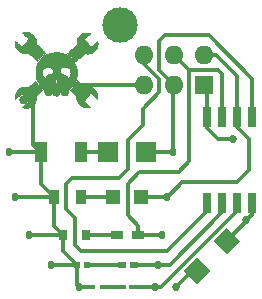
<source format=gtl>
G04 #@! TF.FileFunction,Copper,L1,Top,Signal*
%FSLAX46Y46*%
G04 Gerber Fmt 4.6, Leading zero omitted, Abs format (unit mm)*
G04 Created by KiCad (PCBNEW 4.0.7) date 06/28/18 12:26:10*
%MOMM*%
%LPD*%
G01*
G04 APERTURE LIST*
%ADD10C,0.100000*%
%ADD11C,0.010000*%
%ADD12R,0.400000X0.400000*%
%ADD13R,0.700000X0.600000*%
%ADD14O,1.600000X1.600000*%
%ADD15R,1.600000X1.600000*%
%ADD16R,1.700000X1.800860*%
%ADD17R,1.300000X1.198880*%
%ADD18R,1.000000X0.797560*%
%ADD19R,0.650000X1.700000*%
%ADD20O,0.508000X0.762000*%
%ADD21R,1.100000X1.700000*%
%ADD22R,0.900000X1.300000*%
%ADD23R,0.700000X0.900000*%
%ADD24R,0.600000X0.600000*%
%ADD25R,0.450000X0.430000*%
%ADD26C,3.000000*%
%ADD27C,0.685800*%
%ADD28C,0.304800*%
G04 APERTURE END LIST*
D10*
D11*
G36*
X200497655Y-86123476D02*
X200575561Y-86284392D01*
X200683576Y-86447720D01*
X200816792Y-86606353D01*
X200865784Y-86656793D01*
X201009365Y-86799371D01*
X200514857Y-87294827D01*
X200514857Y-87396012D01*
X200500228Y-87547796D01*
X200459271Y-87705553D01*
X200396376Y-87856980D01*
X200315936Y-87989777D01*
X200291753Y-88020875D01*
X200223959Y-88087151D01*
X200134276Y-88153170D01*
X200036125Y-88210334D01*
X199942932Y-88250042D01*
X199926063Y-88255134D01*
X199786364Y-88281732D01*
X199633447Y-88290808D01*
X199486442Y-88281273D01*
X199480714Y-88280454D01*
X199418478Y-88269779D01*
X199371356Y-88258819D01*
X199350474Y-88250476D01*
X199359953Y-88235576D01*
X199393545Y-88201360D01*
X199447278Y-88151489D01*
X199517183Y-88089626D01*
X199599291Y-88019432D01*
X199617548Y-88004113D01*
X199896933Y-87770439D01*
X199859637Y-87722898D01*
X199797385Y-87644371D01*
X199727246Y-87557257D01*
X199652827Y-87465890D01*
X199577736Y-87374602D01*
X199505581Y-87287726D01*
X199439971Y-87209596D01*
X199384513Y-87144545D01*
X199342815Y-87096906D01*
X199318485Y-87071011D01*
X199313962Y-87067572D01*
X199296845Y-87079189D01*
X199257192Y-87111599D01*
X199199274Y-87161140D01*
X199127359Y-87224147D01*
X199045719Y-87296959D01*
X199029202Y-87311833D01*
X198931259Y-87399145D01*
X198856879Y-87462949D01*
X198803665Y-87505085D01*
X198769217Y-87527395D01*
X198751139Y-87531721D01*
X198747613Y-87528063D01*
X198740340Y-87487268D01*
X198737257Y-87421392D01*
X198738141Y-87341373D01*
X198742766Y-87258144D01*
X198750907Y-87182644D01*
X198755254Y-87156227D01*
X198798405Y-87012750D01*
X198873027Y-86879089D01*
X198981446Y-86751140D01*
X198989037Y-86743594D01*
X199116257Y-86637897D01*
X199251731Y-86565126D01*
X199399379Y-86524035D01*
X199563117Y-86513380D01*
X199684271Y-86522711D01*
X199761930Y-86531115D01*
X199812193Y-86532517D01*
X199843325Y-86526603D01*
X199860402Y-86516056D01*
X199882321Y-86496794D01*
X199926932Y-86457646D01*
X199989639Y-86402642D01*
X200065847Y-86335814D01*
X200150960Y-86261192D01*
X200169182Y-86245218D01*
X200449436Y-85999543D01*
X200497655Y-86123476D01*
X200497655Y-86123476D01*
G37*
X200497655Y-86123476D02*
X200575561Y-86284392D01*
X200683576Y-86447720D01*
X200816792Y-86606353D01*
X200865784Y-86656793D01*
X201009365Y-86799371D01*
X200514857Y-87294827D01*
X200514857Y-87396012D01*
X200500228Y-87547796D01*
X200459271Y-87705553D01*
X200396376Y-87856980D01*
X200315936Y-87989777D01*
X200291753Y-88020875D01*
X200223959Y-88087151D01*
X200134276Y-88153170D01*
X200036125Y-88210334D01*
X199942932Y-88250042D01*
X199926063Y-88255134D01*
X199786364Y-88281732D01*
X199633447Y-88290808D01*
X199486442Y-88281273D01*
X199480714Y-88280454D01*
X199418478Y-88269779D01*
X199371356Y-88258819D01*
X199350474Y-88250476D01*
X199359953Y-88235576D01*
X199393545Y-88201360D01*
X199447278Y-88151489D01*
X199517183Y-88089626D01*
X199599291Y-88019432D01*
X199617548Y-88004113D01*
X199896933Y-87770439D01*
X199859637Y-87722898D01*
X199797385Y-87644371D01*
X199727246Y-87557257D01*
X199652827Y-87465890D01*
X199577736Y-87374602D01*
X199505581Y-87287726D01*
X199439971Y-87209596D01*
X199384513Y-87144545D01*
X199342815Y-87096906D01*
X199318485Y-87071011D01*
X199313962Y-87067572D01*
X199296845Y-87079189D01*
X199257192Y-87111599D01*
X199199274Y-87161140D01*
X199127359Y-87224147D01*
X199045719Y-87296959D01*
X199029202Y-87311833D01*
X198931259Y-87399145D01*
X198856879Y-87462949D01*
X198803665Y-87505085D01*
X198769217Y-87527395D01*
X198751139Y-87531721D01*
X198747613Y-87528063D01*
X198740340Y-87487268D01*
X198737257Y-87421392D01*
X198738141Y-87341373D01*
X198742766Y-87258144D01*
X198750907Y-87182644D01*
X198755254Y-87156227D01*
X198798405Y-87012750D01*
X198873027Y-86879089D01*
X198981446Y-86751140D01*
X198989037Y-86743594D01*
X199116257Y-86637897D01*
X199251731Y-86565126D01*
X199399379Y-86524035D01*
X199563117Y-86513380D01*
X199684271Y-86522711D01*
X199761930Y-86531115D01*
X199812193Y-86532517D01*
X199843325Y-86526603D01*
X199860402Y-86516056D01*
X199882321Y-86496794D01*
X199926932Y-86457646D01*
X199989639Y-86402642D01*
X200065847Y-86335814D01*
X200150960Y-86261192D01*
X200169182Y-86245218D01*
X200449436Y-85999543D01*
X200497655Y-86123476D01*
G36*
X203997975Y-85990448D02*
X204037570Y-86022472D01*
X204096091Y-86071598D01*
X204169414Y-86134351D01*
X204253418Y-86207254D01*
X204287529Y-86237111D01*
X204581720Y-86495223D01*
X204847896Y-86495647D01*
X204953430Y-86496230D01*
X205030466Y-86498266D01*
X205086786Y-86502772D01*
X205130174Y-86510763D01*
X205168415Y-86523256D01*
X205209292Y-86541267D01*
X205213857Y-86543426D01*
X205340015Y-86619867D01*
X205455577Y-86721305D01*
X205553299Y-86839622D01*
X205625937Y-86966701D01*
X205651451Y-87033747D01*
X205671996Y-87121550D01*
X205682943Y-87226377D01*
X205685571Y-87332260D01*
X205684627Y-87410102D01*
X205682076Y-87472355D01*
X205678337Y-87511490D01*
X205675012Y-87521143D01*
X205658990Y-87509487D01*
X205620436Y-87476969D01*
X205563548Y-87427266D01*
X205492524Y-87364054D01*
X205411564Y-87291010D01*
X205395286Y-87276215D01*
X205312957Y-87201720D01*
X205239828Y-87136351D01*
X205180082Y-87083781D01*
X205137904Y-87047685D01*
X205117477Y-87031736D01*
X205116393Y-87031286D01*
X205102273Y-87044711D01*
X205069370Y-87081882D01*
X205021480Y-87138141D01*
X204962400Y-87208831D01*
X204895928Y-87289293D01*
X204825860Y-87374870D01*
X204755995Y-87460904D01*
X204690128Y-87542739D01*
X204632057Y-87615715D01*
X204585580Y-87675176D01*
X204554494Y-87716464D01*
X204542595Y-87734921D01*
X204542571Y-87735141D01*
X204555911Y-87750559D01*
X204593079Y-87785168D01*
X204649801Y-87835203D01*
X204721802Y-87896901D01*
X204804807Y-87966499D01*
X204814714Y-87974715D01*
X204898669Y-88044863D01*
X204972113Y-88107392D01*
X205030775Y-88158571D01*
X205070385Y-88194667D01*
X205086672Y-88211947D01*
X205086857Y-88212559D01*
X205070253Y-88222969D01*
X205026417Y-88234514D01*
X204964316Y-88245788D01*
X204892914Y-88255388D01*
X204821176Y-88261909D01*
X204758800Y-88263954D01*
X204685982Y-88258363D01*
X204600682Y-88245019D01*
X204542571Y-88232084D01*
X204382467Y-88172610D01*
X204243091Y-88084544D01*
X204126149Y-87970195D01*
X204033347Y-87831873D01*
X203966394Y-87671886D01*
X203926994Y-87492544D01*
X203917694Y-87386646D01*
X203912379Y-87266479D01*
X203664602Y-87013181D01*
X203416826Y-86759883D01*
X203556437Y-86627978D01*
X203652089Y-86527689D01*
X203744420Y-86412863D01*
X203826986Y-86292821D01*
X203893346Y-86176884D01*
X203935205Y-86079935D01*
X203955386Y-86026021D01*
X203972642Y-85989398D01*
X203981426Y-85979000D01*
X203997975Y-85990448D01*
X203997975Y-85990448D01*
G37*
X203997975Y-85990448D02*
X204037570Y-86022472D01*
X204096091Y-86071598D01*
X204169414Y-86134351D01*
X204253418Y-86207254D01*
X204287529Y-86237111D01*
X204581720Y-86495223D01*
X204847896Y-86495647D01*
X204953430Y-86496230D01*
X205030466Y-86498266D01*
X205086786Y-86502772D01*
X205130174Y-86510763D01*
X205168415Y-86523256D01*
X205209292Y-86541267D01*
X205213857Y-86543426D01*
X205340015Y-86619867D01*
X205455577Y-86721305D01*
X205553299Y-86839622D01*
X205625937Y-86966701D01*
X205651451Y-87033747D01*
X205671996Y-87121550D01*
X205682943Y-87226377D01*
X205685571Y-87332260D01*
X205684627Y-87410102D01*
X205682076Y-87472355D01*
X205678337Y-87511490D01*
X205675012Y-87521143D01*
X205658990Y-87509487D01*
X205620436Y-87476969D01*
X205563548Y-87427266D01*
X205492524Y-87364054D01*
X205411564Y-87291010D01*
X205395286Y-87276215D01*
X205312957Y-87201720D01*
X205239828Y-87136351D01*
X205180082Y-87083781D01*
X205137904Y-87047685D01*
X205117477Y-87031736D01*
X205116393Y-87031286D01*
X205102273Y-87044711D01*
X205069370Y-87081882D01*
X205021480Y-87138141D01*
X204962400Y-87208831D01*
X204895928Y-87289293D01*
X204825860Y-87374870D01*
X204755995Y-87460904D01*
X204690128Y-87542739D01*
X204632057Y-87615715D01*
X204585580Y-87675176D01*
X204554494Y-87716464D01*
X204542595Y-87734921D01*
X204542571Y-87735141D01*
X204555911Y-87750559D01*
X204593079Y-87785168D01*
X204649801Y-87835203D01*
X204721802Y-87896901D01*
X204804807Y-87966499D01*
X204814714Y-87974715D01*
X204898669Y-88044863D01*
X204972113Y-88107392D01*
X205030775Y-88158571D01*
X205070385Y-88194667D01*
X205086672Y-88211947D01*
X205086857Y-88212559D01*
X205070253Y-88222969D01*
X205026417Y-88234514D01*
X204964316Y-88245788D01*
X204892914Y-88255388D01*
X204821176Y-88261909D01*
X204758800Y-88263954D01*
X204685982Y-88258363D01*
X204600682Y-88245019D01*
X204542571Y-88232084D01*
X204382467Y-88172610D01*
X204243091Y-88084544D01*
X204126149Y-87970195D01*
X204033347Y-87831873D01*
X203966394Y-87671886D01*
X203926994Y-87492544D01*
X203917694Y-87386646D01*
X203912379Y-87266479D01*
X203664602Y-87013181D01*
X203416826Y-86759883D01*
X203556437Y-86627978D01*
X203652089Y-86527689D01*
X203744420Y-86412863D01*
X203826986Y-86292821D01*
X203893346Y-86176884D01*
X203935205Y-86079935D01*
X203955386Y-86026021D01*
X203972642Y-85989398D01*
X203981426Y-85979000D01*
X203997975Y-85990448D01*
G36*
X202378489Y-83614273D02*
X202610357Y-83641227D01*
X202732827Y-83668222D01*
X202865572Y-83707511D01*
X202995596Y-83754577D01*
X203109901Y-83804904D01*
X203162780Y-83833167D01*
X203271606Y-83907330D01*
X203386331Y-84003365D01*
X203495934Y-84111045D01*
X203589393Y-84220142D01*
X203610486Y-84248594D01*
X203728552Y-84441075D01*
X203823963Y-84652746D01*
X203895195Y-84876806D01*
X203940723Y-85106449D01*
X203959024Y-85334875D01*
X203948574Y-85555278D01*
X203929540Y-85672931D01*
X203878653Y-85855400D01*
X203803149Y-86041341D01*
X203707651Y-86222988D01*
X203596780Y-86392574D01*
X203475159Y-86542331D01*
X203347410Y-86664493D01*
X203332243Y-86676650D01*
X203231170Y-86755979D01*
X203224956Y-86878861D01*
X203206279Y-87009464D01*
X203165087Y-87112177D01*
X203101731Y-87186596D01*
X203016565Y-87232317D01*
X202909940Y-87248937D01*
X202902212Y-87249000D01*
X202789151Y-87234932D01*
X202698548Y-87194109D01*
X202632649Y-87128608D01*
X202593697Y-87040506D01*
X202583441Y-86954179D01*
X202581392Y-86901838D01*
X202572746Y-86876369D01*
X202553039Y-86868419D01*
X202542321Y-86868046D01*
X202520347Y-86870877D01*
X202507891Y-86884717D01*
X202502052Y-86917679D01*
X202499928Y-86977876D01*
X202499790Y-86986934D01*
X202490519Y-87082785D01*
X202463015Y-87153069D01*
X202412932Y-87205741D01*
X202364139Y-87235365D01*
X202284091Y-87260302D01*
X202191296Y-87265715D01*
X202102474Y-87251678D01*
X202058119Y-87233991D01*
X201989502Y-87177556D01*
X201946848Y-87095857D01*
X201930242Y-86989063D01*
X201930000Y-86972605D01*
X201928567Y-86913260D01*
X201922316Y-86881715D01*
X201908322Y-86869532D01*
X201893714Y-86868000D01*
X201868276Y-86875482D01*
X201858358Y-86904324D01*
X201857428Y-86928793D01*
X201842610Y-87031196D01*
X201801263Y-87121008D01*
X201738048Y-87190984D01*
X201662013Y-87232480D01*
X201590148Y-87245718D01*
X201506461Y-87245882D01*
X201425056Y-87234293D01*
X201360039Y-87212269D01*
X201344332Y-87202754D01*
X201284557Y-87138325D01*
X201240223Y-87045413D01*
X201213530Y-86929318D01*
X201208077Y-86874437D01*
X201201991Y-86810110D01*
X201193782Y-86762787D01*
X201185077Y-86741415D01*
X201183812Y-86741000D01*
X201159145Y-86728005D01*
X201116660Y-86692762D01*
X201061787Y-86640884D01*
X200999955Y-86577984D01*
X200936593Y-86509676D01*
X200877130Y-86441572D01*
X200837096Y-86391834D01*
X202057000Y-86391834D01*
X202059917Y-86432874D01*
X202069092Y-86441106D01*
X202085155Y-86415810D01*
X202108740Y-86356268D01*
X202122045Y-86317904D01*
X202146350Y-86256744D01*
X202169625Y-86217041D01*
X202185035Y-86205786D01*
X202207996Y-86219137D01*
X202244953Y-86254303D01*
X202288286Y-86303953D01*
X202292347Y-86309019D01*
X202374500Y-86412252D01*
X202379977Y-86312363D01*
X202370200Y-86175634D01*
X202327854Y-86037755D01*
X202273250Y-85934089D01*
X202215898Y-85843821D01*
X202162434Y-85949552D01*
X202125388Y-86040358D01*
X202093002Y-86151377D01*
X202069104Y-86266549D01*
X202057522Y-86369810D01*
X202057000Y-86391834D01*
X200837096Y-86391834D01*
X200826995Y-86379285D01*
X200805807Y-86350182D01*
X200736145Y-86239987D01*
X200666981Y-86113924D01*
X200603961Y-85983560D01*
X200552732Y-85860464D01*
X200522665Y-85770153D01*
X200505572Y-85685333D01*
X200492744Y-85574994D01*
X200484570Y-85449694D01*
X200482237Y-85353072D01*
X201024052Y-85353072D01*
X201030758Y-85469663D01*
X201054129Y-85561953D01*
X201097955Y-85639565D01*
X201165216Y-85711393D01*
X201209891Y-85751290D01*
X201236749Y-85771712D01*
X201255199Y-85777172D01*
X201274650Y-85772183D01*
X201284248Y-85768492D01*
X201307055Y-85745073D01*
X201327632Y-85700855D01*
X201331262Y-85688804D01*
X201371629Y-85606717D01*
X201445553Y-85536414D01*
X201553413Y-85477601D01*
X201648839Y-85443255D01*
X201771657Y-85397633D01*
X201860418Y-85345033D01*
X201917030Y-85283308D01*
X201943397Y-85210313D01*
X201942072Y-85152160D01*
X202502676Y-85152160D01*
X202507364Y-85230801D01*
X202542254Y-85303859D01*
X202593283Y-85355117D01*
X202641532Y-85383798D01*
X202710587Y-85415101D01*
X202786119Y-85442581D01*
X202791624Y-85444302D01*
X202910125Y-85486168D01*
X202997585Y-85530599D01*
X203059226Y-85581505D01*
X203100268Y-85642797D01*
X203117963Y-85688715D01*
X203143067Y-85748222D01*
X203174132Y-85775253D01*
X203214531Y-85770049D01*
X203267637Y-85732854D01*
X203300480Y-85701866D01*
X203374774Y-85602482D01*
X203419163Y-85484064D01*
X203432775Y-85349340D01*
X203429893Y-85296518D01*
X203403315Y-85158345D01*
X203351431Y-85045752D01*
X203273636Y-84957732D01*
X203193182Y-84904771D01*
X203107841Y-84874839D01*
X203003159Y-84858398D01*
X202893778Y-84856219D01*
X202794342Y-84869072D01*
X202752409Y-84881574D01*
X202653057Y-84932642D01*
X202577200Y-84998090D01*
X202526514Y-85072926D01*
X202502676Y-85152160D01*
X201942072Y-85152160D01*
X201941428Y-85123898D01*
X201939930Y-85115408D01*
X201906960Y-85032227D01*
X201845536Y-84961901D01*
X201761836Y-84906450D01*
X201662035Y-84867893D01*
X201552311Y-84848249D01*
X201438839Y-84849538D01*
X201327797Y-84873780D01*
X201271524Y-84896877D01*
X201172103Y-84959111D01*
X201099958Y-85037186D01*
X201052872Y-85135194D01*
X201028623Y-85257226D01*
X201024052Y-85353072D01*
X200482237Y-85353072D01*
X200481438Y-85319993D01*
X200483737Y-85196449D01*
X200491855Y-85089622D01*
X200496408Y-85056464D01*
X200543470Y-84845442D01*
X200614904Y-84637814D01*
X200707301Y-84439891D01*
X200817255Y-84257982D01*
X200941358Y-84098397D01*
X201076204Y-83967446D01*
X201090913Y-83955561D01*
X201259976Y-83843010D01*
X201454244Y-83751280D01*
X201668473Y-83681457D01*
X201897420Y-83634625D01*
X202135840Y-83611868D01*
X202378489Y-83614273D01*
X202378489Y-83614273D01*
G37*
X202378489Y-83614273D02*
X202610357Y-83641227D01*
X202732827Y-83668222D01*
X202865572Y-83707511D01*
X202995596Y-83754577D01*
X203109901Y-83804904D01*
X203162780Y-83833167D01*
X203271606Y-83907330D01*
X203386331Y-84003365D01*
X203495934Y-84111045D01*
X203589393Y-84220142D01*
X203610486Y-84248594D01*
X203728552Y-84441075D01*
X203823963Y-84652746D01*
X203895195Y-84876806D01*
X203940723Y-85106449D01*
X203959024Y-85334875D01*
X203948574Y-85555278D01*
X203929540Y-85672931D01*
X203878653Y-85855400D01*
X203803149Y-86041341D01*
X203707651Y-86222988D01*
X203596780Y-86392574D01*
X203475159Y-86542331D01*
X203347410Y-86664493D01*
X203332243Y-86676650D01*
X203231170Y-86755979D01*
X203224956Y-86878861D01*
X203206279Y-87009464D01*
X203165087Y-87112177D01*
X203101731Y-87186596D01*
X203016565Y-87232317D01*
X202909940Y-87248937D01*
X202902212Y-87249000D01*
X202789151Y-87234932D01*
X202698548Y-87194109D01*
X202632649Y-87128608D01*
X202593697Y-87040506D01*
X202583441Y-86954179D01*
X202581392Y-86901838D01*
X202572746Y-86876369D01*
X202553039Y-86868419D01*
X202542321Y-86868046D01*
X202520347Y-86870877D01*
X202507891Y-86884717D01*
X202502052Y-86917679D01*
X202499928Y-86977876D01*
X202499790Y-86986934D01*
X202490519Y-87082785D01*
X202463015Y-87153069D01*
X202412932Y-87205741D01*
X202364139Y-87235365D01*
X202284091Y-87260302D01*
X202191296Y-87265715D01*
X202102474Y-87251678D01*
X202058119Y-87233991D01*
X201989502Y-87177556D01*
X201946848Y-87095857D01*
X201930242Y-86989063D01*
X201930000Y-86972605D01*
X201928567Y-86913260D01*
X201922316Y-86881715D01*
X201908322Y-86869532D01*
X201893714Y-86868000D01*
X201868276Y-86875482D01*
X201858358Y-86904324D01*
X201857428Y-86928793D01*
X201842610Y-87031196D01*
X201801263Y-87121008D01*
X201738048Y-87190984D01*
X201662013Y-87232480D01*
X201590148Y-87245718D01*
X201506461Y-87245882D01*
X201425056Y-87234293D01*
X201360039Y-87212269D01*
X201344332Y-87202754D01*
X201284557Y-87138325D01*
X201240223Y-87045413D01*
X201213530Y-86929318D01*
X201208077Y-86874437D01*
X201201991Y-86810110D01*
X201193782Y-86762787D01*
X201185077Y-86741415D01*
X201183812Y-86741000D01*
X201159145Y-86728005D01*
X201116660Y-86692762D01*
X201061787Y-86640884D01*
X200999955Y-86577984D01*
X200936593Y-86509676D01*
X200877130Y-86441572D01*
X200837096Y-86391834D01*
X202057000Y-86391834D01*
X202059917Y-86432874D01*
X202069092Y-86441106D01*
X202085155Y-86415810D01*
X202108740Y-86356268D01*
X202122045Y-86317904D01*
X202146350Y-86256744D01*
X202169625Y-86217041D01*
X202185035Y-86205786D01*
X202207996Y-86219137D01*
X202244953Y-86254303D01*
X202288286Y-86303953D01*
X202292347Y-86309019D01*
X202374500Y-86412252D01*
X202379977Y-86312363D01*
X202370200Y-86175634D01*
X202327854Y-86037755D01*
X202273250Y-85934089D01*
X202215898Y-85843821D01*
X202162434Y-85949552D01*
X202125388Y-86040358D01*
X202093002Y-86151377D01*
X202069104Y-86266549D01*
X202057522Y-86369810D01*
X202057000Y-86391834D01*
X200837096Y-86391834D01*
X200826995Y-86379285D01*
X200805807Y-86350182D01*
X200736145Y-86239987D01*
X200666981Y-86113924D01*
X200603961Y-85983560D01*
X200552732Y-85860464D01*
X200522665Y-85770153D01*
X200505572Y-85685333D01*
X200492744Y-85574994D01*
X200484570Y-85449694D01*
X200482237Y-85353072D01*
X201024052Y-85353072D01*
X201030758Y-85469663D01*
X201054129Y-85561953D01*
X201097955Y-85639565D01*
X201165216Y-85711393D01*
X201209891Y-85751290D01*
X201236749Y-85771712D01*
X201255199Y-85777172D01*
X201274650Y-85772183D01*
X201284248Y-85768492D01*
X201307055Y-85745073D01*
X201327632Y-85700855D01*
X201331262Y-85688804D01*
X201371629Y-85606717D01*
X201445553Y-85536414D01*
X201553413Y-85477601D01*
X201648839Y-85443255D01*
X201771657Y-85397633D01*
X201860418Y-85345033D01*
X201917030Y-85283308D01*
X201943397Y-85210313D01*
X201942072Y-85152160D01*
X202502676Y-85152160D01*
X202507364Y-85230801D01*
X202542254Y-85303859D01*
X202593283Y-85355117D01*
X202641532Y-85383798D01*
X202710587Y-85415101D01*
X202786119Y-85442581D01*
X202791624Y-85444302D01*
X202910125Y-85486168D01*
X202997585Y-85530599D01*
X203059226Y-85581505D01*
X203100268Y-85642797D01*
X203117963Y-85688715D01*
X203143067Y-85748222D01*
X203174132Y-85775253D01*
X203214531Y-85770049D01*
X203267637Y-85732854D01*
X203300480Y-85701866D01*
X203374774Y-85602482D01*
X203419163Y-85484064D01*
X203432775Y-85349340D01*
X203429893Y-85296518D01*
X203403315Y-85158345D01*
X203351431Y-85045752D01*
X203273636Y-84957732D01*
X203193182Y-84904771D01*
X203107841Y-84874839D01*
X203003159Y-84858398D01*
X202893778Y-84856219D01*
X202794342Y-84869072D01*
X202752409Y-84881574D01*
X202653057Y-84932642D01*
X202577200Y-84998090D01*
X202526514Y-85072926D01*
X202502676Y-85152160D01*
X201942072Y-85152160D01*
X201941428Y-85123898D01*
X201939930Y-85115408D01*
X201906960Y-85032227D01*
X201845536Y-84961901D01*
X201761836Y-84906450D01*
X201662035Y-84867893D01*
X201552311Y-84848249D01*
X201438839Y-84849538D01*
X201327797Y-84873780D01*
X201271524Y-84896877D01*
X201172103Y-84959111D01*
X201099958Y-85037186D01*
X201052872Y-85135194D01*
X201028623Y-85257226D01*
X201024052Y-85353072D01*
X200482237Y-85353072D01*
X200481438Y-85319993D01*
X200483737Y-85196449D01*
X200491855Y-85089622D01*
X200496408Y-85056464D01*
X200543470Y-84845442D01*
X200614904Y-84637814D01*
X200707301Y-84439891D01*
X200817255Y-84257982D01*
X200941358Y-84098397D01*
X201076204Y-83967446D01*
X201090913Y-83955561D01*
X201259976Y-83843010D01*
X201454244Y-83751280D01*
X201668473Y-83681457D01*
X201897420Y-83634625D01*
X202135840Y-83611868D01*
X202378489Y-83614273D01*
G36*
X204863588Y-81936476D02*
X204947219Y-81941379D01*
X205019484Y-81948296D01*
X205071338Y-81956205D01*
X205091445Y-81962204D01*
X205098527Y-81971392D01*
X205093152Y-81987114D01*
X205072393Y-82012308D01*
X205033321Y-82049918D01*
X204973008Y-82102884D01*
X204888528Y-82174148D01*
X204841744Y-82213055D01*
X204735572Y-82302707D01*
X204655485Y-82373866D01*
X204602356Y-82425700D01*
X204577060Y-82457375D01*
X204575627Y-82466384D01*
X204615931Y-82518575D01*
X204669910Y-82586333D01*
X204733770Y-82665113D01*
X204803716Y-82750369D01*
X204875953Y-82837557D01*
X204946688Y-82922131D01*
X205012124Y-82999545D01*
X205068467Y-83065255D01*
X205111923Y-83114715D01*
X205138697Y-83143379D01*
X205145276Y-83148715D01*
X205163346Y-83137025D01*
X205203757Y-83104422D01*
X205262187Y-83054602D01*
X205334313Y-82991263D01*
X205415812Y-82918101D01*
X205430911Y-82904387D01*
X205699419Y-82660058D01*
X205710638Y-82716154D01*
X205722072Y-82836975D01*
X205714280Y-82972712D01*
X205689234Y-83108832D01*
X205648903Y-83230799D01*
X205637500Y-83255672D01*
X205587178Y-83336202D01*
X205514746Y-83424041D01*
X205430026Y-83509262D01*
X205342839Y-83581937D01*
X205266967Y-83630169D01*
X205150463Y-83673431D01*
X205012999Y-83698589D01*
X204865871Y-83704154D01*
X204766689Y-83696072D01*
X204690206Y-83687314D01*
X204641033Y-83686038D01*
X204610916Y-83692500D01*
X204597197Y-83701372D01*
X204538306Y-83753081D01*
X204464637Y-83817046D01*
X204380327Y-83889746D01*
X204289511Y-83967666D01*
X204196327Y-84047285D01*
X204104910Y-84125085D01*
X204019395Y-84197549D01*
X203943919Y-84261158D01*
X203882618Y-84312393D01*
X203839628Y-84347735D01*
X203819084Y-84363668D01*
X203817993Y-84364219D01*
X203805274Y-84349307D01*
X203781381Y-84310119D01*
X203751293Y-84254871D01*
X203748825Y-84250116D01*
X203677806Y-84137584D01*
X203581078Y-84020320D01*
X203466688Y-83906901D01*
X203342681Y-83805906D01*
X203311282Y-83783715D01*
X203249034Y-83740248D01*
X203199843Y-83704270D01*
X203170248Y-83680653D01*
X203164610Y-83674392D01*
X203177049Y-83659995D01*
X203212668Y-83623892D01*
X203268223Y-83569245D01*
X203340467Y-83499212D01*
X203426155Y-83416954D01*
X203522039Y-83325631D01*
X203553786Y-83295539D01*
X203943857Y-82926223D01*
X203944172Y-82824290D01*
X203960237Y-82646677D01*
X204005638Y-82478817D01*
X204077858Y-82325725D01*
X204174381Y-82192415D01*
X204292690Y-82083903D01*
X204327858Y-82059626D01*
X204438765Y-81998790D01*
X204554234Y-81959207D01*
X204683298Y-81938799D01*
X204834987Y-81935491D01*
X204863588Y-81936476D01*
X204863588Y-81936476D01*
G37*
X204863588Y-81936476D02*
X204947219Y-81941379D01*
X205019484Y-81948296D01*
X205071338Y-81956205D01*
X205091445Y-81962204D01*
X205098527Y-81971392D01*
X205093152Y-81987114D01*
X205072393Y-82012308D01*
X205033321Y-82049918D01*
X204973008Y-82102884D01*
X204888528Y-82174148D01*
X204841744Y-82213055D01*
X204735572Y-82302707D01*
X204655485Y-82373866D01*
X204602356Y-82425700D01*
X204577060Y-82457375D01*
X204575627Y-82466384D01*
X204615931Y-82518575D01*
X204669910Y-82586333D01*
X204733770Y-82665113D01*
X204803716Y-82750369D01*
X204875953Y-82837557D01*
X204946688Y-82922131D01*
X205012124Y-82999545D01*
X205068467Y-83065255D01*
X205111923Y-83114715D01*
X205138697Y-83143379D01*
X205145276Y-83148715D01*
X205163346Y-83137025D01*
X205203757Y-83104422D01*
X205262187Y-83054602D01*
X205334313Y-82991263D01*
X205415812Y-82918101D01*
X205430911Y-82904387D01*
X205699419Y-82660058D01*
X205710638Y-82716154D01*
X205722072Y-82836975D01*
X205714280Y-82972712D01*
X205689234Y-83108832D01*
X205648903Y-83230799D01*
X205637500Y-83255672D01*
X205587178Y-83336202D01*
X205514746Y-83424041D01*
X205430026Y-83509262D01*
X205342839Y-83581937D01*
X205266967Y-83630169D01*
X205150463Y-83673431D01*
X205012999Y-83698589D01*
X204865871Y-83704154D01*
X204766689Y-83696072D01*
X204690206Y-83687314D01*
X204641033Y-83686038D01*
X204610916Y-83692500D01*
X204597197Y-83701372D01*
X204538306Y-83753081D01*
X204464637Y-83817046D01*
X204380327Y-83889746D01*
X204289511Y-83967666D01*
X204196327Y-84047285D01*
X204104910Y-84125085D01*
X204019395Y-84197549D01*
X203943919Y-84261158D01*
X203882618Y-84312393D01*
X203839628Y-84347735D01*
X203819084Y-84363668D01*
X203817993Y-84364219D01*
X203805274Y-84349307D01*
X203781381Y-84310119D01*
X203751293Y-84254871D01*
X203748825Y-84250116D01*
X203677806Y-84137584D01*
X203581078Y-84020320D01*
X203466688Y-83906901D01*
X203342681Y-83805906D01*
X203311282Y-83783715D01*
X203249034Y-83740248D01*
X203199843Y-83704270D01*
X203170248Y-83680653D01*
X203164610Y-83674392D01*
X203177049Y-83659995D01*
X203212668Y-83623892D01*
X203268223Y-83569245D01*
X203340467Y-83499212D01*
X203426155Y-83416954D01*
X203522039Y-83325631D01*
X203553786Y-83295539D01*
X203943857Y-82926223D01*
X203944172Y-82824290D01*
X203960237Y-82646677D01*
X204005638Y-82478817D01*
X204077858Y-82325725D01*
X204174381Y-82192415D01*
X204292690Y-82083903D01*
X204327858Y-82059626D01*
X204438765Y-81998790D01*
X204554234Y-81959207D01*
X204683298Y-81938799D01*
X204834987Y-81935491D01*
X204863588Y-81936476D01*
G36*
X199816254Y-81913143D02*
X199981015Y-81960560D01*
X200127080Y-82036946D01*
X200252315Y-82140138D01*
X200354589Y-82267977D01*
X200431769Y-82418300D01*
X200481721Y-82588945D01*
X200502269Y-82776053D01*
X200505698Y-82899475D01*
X200900625Y-83272376D01*
X200999159Y-83366182D01*
X201087801Y-83452052D01*
X201163441Y-83526854D01*
X201222971Y-83587458D01*
X201263282Y-83630732D01*
X201281263Y-83653545D01*
X201281669Y-83656148D01*
X201260554Y-83671039D01*
X201218148Y-83699925D01*
X201163384Y-83736723D01*
X201160014Y-83738974D01*
X200977172Y-83880057D01*
X200824486Y-84039686D01*
X200699498Y-84220504D01*
X200679949Y-84255145D01*
X200630730Y-84345149D01*
X200332401Y-84088486D01*
X200236552Y-84005898D01*
X200142761Y-83924851D01*
X200057109Y-83850620D01*
X199985677Y-83788474D01*
X199934546Y-83743688D01*
X199927638Y-83737585D01*
X199872872Y-83690333D01*
X199835435Y-83663544D01*
X199806075Y-83652979D01*
X199775537Y-83654402D01*
X199755281Y-83658669D01*
X199670137Y-83670533D01*
X199564629Y-83673831D01*
X199453556Y-83668955D01*
X199351717Y-83656295D01*
X199307633Y-83646846D01*
X199215030Y-83616274D01*
X199132404Y-83572640D01*
X199049578Y-83509586D01*
X198973646Y-83438204D01*
X198882004Y-83336764D01*
X198815896Y-83237723D01*
X198771969Y-83132415D01*
X198746868Y-83012174D01*
X198737240Y-82868334D01*
X198736857Y-82826410D01*
X198738272Y-82749397D01*
X198742098Y-82688755D01*
X198747707Y-82651694D01*
X198752781Y-82643738D01*
X198770575Y-82657248D01*
X198810866Y-82691374D01*
X198869307Y-82742322D01*
X198941550Y-82806294D01*
X199023246Y-82879497D01*
X199036561Y-82891502D01*
X199130561Y-82975617D01*
X199201674Y-83037302D01*
X199253321Y-83079117D01*
X199288925Y-83103621D01*
X199311907Y-83113374D01*
X199325689Y-83110934D01*
X199327635Y-83109216D01*
X199351004Y-83082776D01*
X199391139Y-83034971D01*
X199444227Y-82970546D01*
X199506457Y-82894242D01*
X199574016Y-82810802D01*
X199643093Y-82724969D01*
X199709876Y-82641485D01*
X199770552Y-82565093D01*
X199821309Y-82500536D01*
X199858337Y-82452556D01*
X199877821Y-82425896D01*
X199879857Y-82422179D01*
X199866550Y-82407429D01*
X199829492Y-82373419D01*
X199772984Y-82323911D01*
X199701322Y-82262664D01*
X199618804Y-82193441D01*
X199612250Y-82187994D01*
X199528663Y-82118061D01*
X199455168Y-82055617D01*
X199396175Y-82004491D01*
X199356096Y-81968506D01*
X199339342Y-81951490D01*
X199339164Y-81951128D01*
X199351338Y-81938242D01*
X199391564Y-81924946D01*
X199451658Y-81912742D01*
X199523435Y-81903129D01*
X199598712Y-81897612D01*
X199634929Y-81896857D01*
X199816254Y-81913143D01*
X199816254Y-81913143D01*
G37*
X199816254Y-81913143D02*
X199981015Y-81960560D01*
X200127080Y-82036946D01*
X200252315Y-82140138D01*
X200354589Y-82267977D01*
X200431769Y-82418300D01*
X200481721Y-82588945D01*
X200502269Y-82776053D01*
X200505698Y-82899475D01*
X200900625Y-83272376D01*
X200999159Y-83366182D01*
X201087801Y-83452052D01*
X201163441Y-83526854D01*
X201222971Y-83587458D01*
X201263282Y-83630732D01*
X201281263Y-83653545D01*
X201281669Y-83656148D01*
X201260554Y-83671039D01*
X201218148Y-83699925D01*
X201163384Y-83736723D01*
X201160014Y-83738974D01*
X200977172Y-83880057D01*
X200824486Y-84039686D01*
X200699498Y-84220504D01*
X200679949Y-84255145D01*
X200630730Y-84345149D01*
X200332401Y-84088486D01*
X200236552Y-84005898D01*
X200142761Y-83924851D01*
X200057109Y-83850620D01*
X199985677Y-83788474D01*
X199934546Y-83743688D01*
X199927638Y-83737585D01*
X199872872Y-83690333D01*
X199835435Y-83663544D01*
X199806075Y-83652979D01*
X199775537Y-83654402D01*
X199755281Y-83658669D01*
X199670137Y-83670533D01*
X199564629Y-83673831D01*
X199453556Y-83668955D01*
X199351717Y-83656295D01*
X199307633Y-83646846D01*
X199215030Y-83616274D01*
X199132404Y-83572640D01*
X199049578Y-83509586D01*
X198973646Y-83438204D01*
X198882004Y-83336764D01*
X198815896Y-83237723D01*
X198771969Y-83132415D01*
X198746868Y-83012174D01*
X198737240Y-82868334D01*
X198736857Y-82826410D01*
X198738272Y-82749397D01*
X198742098Y-82688755D01*
X198747707Y-82651694D01*
X198752781Y-82643738D01*
X198770575Y-82657248D01*
X198810866Y-82691374D01*
X198869307Y-82742322D01*
X198941550Y-82806294D01*
X199023246Y-82879497D01*
X199036561Y-82891502D01*
X199130561Y-82975617D01*
X199201674Y-83037302D01*
X199253321Y-83079117D01*
X199288925Y-83103621D01*
X199311907Y-83113374D01*
X199325689Y-83110934D01*
X199327635Y-83109216D01*
X199351004Y-83082776D01*
X199391139Y-83034971D01*
X199444227Y-82970546D01*
X199506457Y-82894242D01*
X199574016Y-82810802D01*
X199643093Y-82724969D01*
X199709876Y-82641485D01*
X199770552Y-82565093D01*
X199821309Y-82500536D01*
X199858337Y-82452556D01*
X199877821Y-82425896D01*
X199879857Y-82422179D01*
X199866550Y-82407429D01*
X199829492Y-82373419D01*
X199772984Y-82323911D01*
X199701322Y-82262664D01*
X199618804Y-82193441D01*
X199612250Y-82187994D01*
X199528663Y-82118061D01*
X199455168Y-82055617D01*
X199396175Y-82004491D01*
X199356096Y-81968506D01*
X199339342Y-81951490D01*
X199339164Y-81951128D01*
X199351338Y-81938242D01*
X199391564Y-81924946D01*
X199451658Y-81912742D01*
X199523435Y-81903129D01*
X199598712Y-81897612D01*
X199634929Y-81896857D01*
X199816254Y-81913143D01*
D12*
X207980000Y-103505000D03*
X208580000Y-103505000D03*
D13*
X207780000Y-101600000D03*
X208780000Y-101600000D03*
D10*
G36*
X216649236Y-98449393D02*
X217780607Y-99580764D01*
X216649236Y-100712135D01*
X215517865Y-99580764D01*
X216649236Y-98449393D01*
X216649236Y-98449393D01*
G37*
G36*
X214134764Y-100963865D02*
X215266135Y-102095236D01*
X214134764Y-103226607D01*
X213003393Y-102095236D01*
X214134764Y-100963865D01*
X214134764Y-100963865D01*
G37*
D14*
X214757000Y-83820000D03*
D15*
X214757000Y-86360000D03*
D14*
X212217000Y-83820000D03*
X212217000Y-86360000D03*
X209677000Y-83820000D03*
X209677000Y-86360000D03*
D16*
X209804000Y-92075000D03*
X206629000Y-92075000D03*
D17*
X209423000Y-95885000D03*
X207010000Y-95885000D03*
D18*
X209169000Y-99060000D03*
X207391000Y-99060000D03*
D19*
X215011000Y-96360000D03*
X216281000Y-96360000D03*
X217551000Y-96360000D03*
X218821000Y-96360000D03*
X218821000Y-89060000D03*
X217551000Y-89060000D03*
X216281000Y-89060000D03*
X215011000Y-89060000D03*
D20*
X212090000Y-92075000D03*
X211582000Y-95885000D03*
X211201000Y-99060000D03*
X210820000Y-101600000D03*
X210566000Y-103505000D03*
X198247000Y-92075000D03*
X198691500Y-95885000D03*
X199898000Y-99060000D03*
X201739500Y-101600000D03*
X204152500Y-103505000D03*
D21*
X204343000Y-92075000D03*
X200914000Y-92075000D03*
D22*
X204343000Y-95885000D03*
X202057000Y-95885000D03*
D23*
X204724000Y-99060000D03*
X202819000Y-99060000D03*
D24*
X204870000Y-101600000D03*
X203970000Y-101600000D03*
D25*
X206140000Y-103505000D03*
X205340000Y-103505000D03*
D26*
X207645000Y-81280000D03*
D27*
X199390000Y-87630000D03*
X218313000Y-97790000D03*
X212344000Y-103505000D03*
X217170000Y-90932000D03*
D28*
X204152500Y-103505000D02*
X205340000Y-103505000D01*
X203970000Y-101600000D02*
X203970000Y-103322500D01*
X203970000Y-103322500D02*
X204152500Y-103505000D01*
X199580500Y-87820500D02*
X199453500Y-87693500D01*
X199453500Y-87693500D02*
X199390000Y-87630000D01*
X218821000Y-96360000D02*
X218821000Y-97282000D01*
X218821000Y-97282000D02*
X218313000Y-97790000D01*
X216425214Y-99804786D02*
X218821000Y-97409000D01*
X218821000Y-97409000D02*
X218821000Y-96360000D01*
X202819000Y-99060000D02*
X202819000Y-100449000D01*
X202819000Y-100449000D02*
X203970000Y-101600000D01*
X202057000Y-95885000D02*
X202057000Y-98298000D01*
X202057000Y-98298000D02*
X202819000Y-99060000D01*
X200914000Y-92075000D02*
X200914000Y-94742000D01*
X200914000Y-94742000D02*
X202057000Y-95885000D01*
X209677000Y-86360000D02*
X201168000Y-86360000D01*
X200279000Y-91440000D02*
X200914000Y-92075000D01*
X200279000Y-87249000D02*
X200279000Y-91440000D01*
X201168000Y-86360000D02*
X199580500Y-87820500D01*
X199580500Y-87820500D02*
X200279000Y-87249000D01*
X201739500Y-101600000D02*
X203970000Y-101600000D01*
X199898000Y-99060000D02*
X202819000Y-99060000D01*
X198818500Y-95885000D02*
X202057000Y-95885000D01*
X200914000Y-92075000D02*
X198247000Y-92075000D01*
X212344000Y-103505000D02*
X213753764Y-102095236D01*
X213753764Y-102095236D02*
X214134764Y-102095236D01*
X215011000Y-89060000D02*
X215011000Y-90043000D01*
X215900000Y-90932000D02*
X217170000Y-90932000D01*
X215011000Y-90043000D02*
X215900000Y-90932000D01*
X213977786Y-102252214D02*
X213850786Y-102252214D01*
X215011000Y-89060000D02*
X215011000Y-86614000D01*
X215011000Y-86614000D02*
X214757000Y-86360000D01*
X217551000Y-89060000D02*
X217551000Y-89916000D01*
X212852000Y-94615000D02*
X215519000Y-94615000D01*
X212852000Y-94615000D02*
X211709000Y-95885000D01*
X217551000Y-94615000D02*
X215519000Y-94615000D01*
X218567000Y-93599000D02*
X217551000Y-94615000D01*
X218567000Y-90932000D02*
X218567000Y-93599000D01*
X217551000Y-89916000D02*
X218567000Y-90932000D01*
X211582000Y-95885000D02*
X211709000Y-95885000D01*
X217551000Y-89060000D02*
X217551000Y-85598000D01*
X215773000Y-83820000D02*
X214757000Y-83820000D01*
X217551000Y-85598000D02*
X215773000Y-83820000D01*
X209423000Y-95885000D02*
X211582000Y-95885000D01*
X212217000Y-83820000D02*
X213487000Y-85090000D01*
X213487000Y-85090000D02*
X213487000Y-92837000D01*
X208280000Y-94742000D02*
X209169000Y-93853000D01*
X208280000Y-97409000D02*
X208280000Y-94742000D01*
X209169000Y-98298000D02*
X208280000Y-97409000D01*
X209169000Y-99060000D02*
X209169000Y-98298000D01*
X209296000Y-93726000D02*
X209169000Y-93853000D01*
X212598000Y-93726000D02*
X209296000Y-93726000D01*
X213487000Y-92837000D02*
X212598000Y-93726000D01*
X216281000Y-89060000D02*
X216281000Y-85471000D01*
X215900000Y-85090000D02*
X213487000Y-85090000D01*
X216281000Y-85471000D02*
X215900000Y-85090000D01*
X209169000Y-99060000D02*
X211201000Y-99060000D01*
X212090000Y-92075000D02*
X212090000Y-86487000D01*
X212090000Y-86487000D02*
X212217000Y-86360000D01*
X218821000Y-89060000D02*
X218821000Y-85852000D01*
X210947000Y-85090000D02*
X212217000Y-86360000D01*
X210947000Y-82677000D02*
X210947000Y-85090000D01*
X211455000Y-82169000D02*
X210947000Y-82677000D01*
X215138000Y-82169000D02*
X211455000Y-82169000D01*
X218821000Y-85852000D02*
X215138000Y-82169000D01*
X209804000Y-92075000D02*
X212090000Y-92075000D01*
X215011000Y-96360000D02*
X215011000Y-97028000D01*
X215011000Y-97028000D02*
X211582000Y-100457000D01*
X211582000Y-100457000D02*
X204343000Y-100457000D01*
X204343000Y-100457000D02*
X203835000Y-99949000D01*
X203835000Y-99949000D02*
X203835000Y-97663000D01*
X203835000Y-97663000D02*
X203073000Y-96901000D01*
X203073000Y-96901000D02*
X203073000Y-94742000D01*
X203073000Y-94742000D02*
X203581000Y-94234000D01*
X203581000Y-94234000D02*
X207518000Y-94234000D01*
X207518000Y-94234000D02*
X208280000Y-93472000D01*
X208280000Y-93472000D02*
X208280000Y-91059000D01*
X208280000Y-91059000D02*
X209550000Y-89789000D01*
X209550000Y-89789000D02*
X209550000Y-88392000D01*
X209550000Y-88392000D02*
X210947000Y-86995000D01*
X210947000Y-86995000D02*
X210947000Y-85852000D01*
X210947000Y-85852000D02*
X209677000Y-84582000D01*
X209677000Y-84582000D02*
X209677000Y-83820000D01*
X204343000Y-95885000D02*
X207010000Y-95885000D01*
X204724000Y-99060000D02*
X207391000Y-99060000D01*
X204870000Y-101600000D02*
X207680000Y-101600000D01*
X206629000Y-92075000D02*
X204343000Y-92075000D01*
X210820000Y-101600000D02*
X211836000Y-101600000D01*
X211836000Y-101600000D02*
X216281000Y-97155000D01*
X216281000Y-97155000D02*
X216281000Y-96360000D01*
X208780000Y-101600000D02*
X210820000Y-101600000D01*
X208580000Y-103505000D02*
X209169000Y-103505000D01*
X209169000Y-103505000D02*
X210566000Y-103505000D01*
X210693000Y-103505000D02*
X211074000Y-103505000D01*
X211074000Y-103505000D02*
X217551000Y-97028000D01*
X217551000Y-97028000D02*
X217551000Y-96360000D01*
X207980000Y-103505000D02*
X207391000Y-103505000D01*
X207391000Y-103505000D02*
X206140000Y-103505000D01*
M02*

</source>
